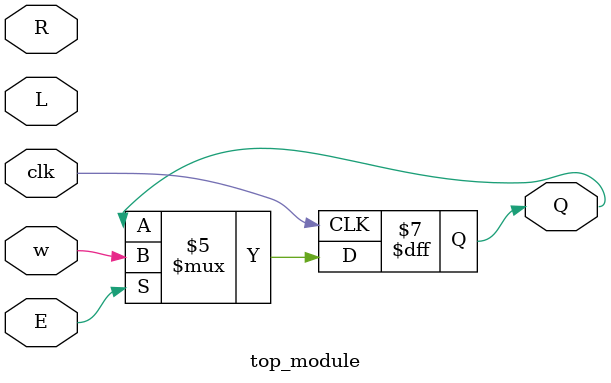
<source format=sv>
module top_module (
    input clk,
    input w,
    input R,
    input E,
    input L,
    output reg Q
);

reg temp;

always @(posedge clk) begin
    if (E) begin
        temp <= L ? R : Q;
        Q <= w;
    end
end

endmodule

</source>
